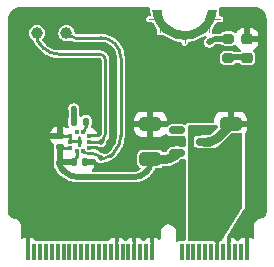
<source format=gbr>
%TF.GenerationSoftware,KiCad,Pcbnew,9.0.0*%
%TF.CreationDate,2025-05-22T16:19:39+04:00*%
%TF.ProjectId,02_04_sensor_barometer_BMP390L,30325f30-345f-4736-956e-736f725f6261,rev?*%
%TF.SameCoordinates,Original*%
%TF.FileFunction,Copper,L1,Top*%
%TF.FilePolarity,Positive*%
%FSLAX46Y46*%
G04 Gerber Fmt 4.6, Leading zero omitted, Abs format (unit mm)*
G04 Created by KiCad (PCBNEW 9.0.0) date 2025-05-22 16:19:39*
%MOMM*%
%LPD*%
G01*
G04 APERTURE LIST*
G04 Aperture macros list*
%AMRoundRect*
0 Rectangle with rounded corners*
0 $1 Rounding radius*
0 $2 $3 $4 $5 $6 $7 $8 $9 X,Y pos of 4 corners*
0 Add a 4 corners polygon primitive as box body*
4,1,4,$2,$3,$4,$5,$6,$7,$8,$9,$2,$3,0*
0 Add four circle primitives for the rounded corners*
1,1,$1+$1,$2,$3*
1,1,$1+$1,$4,$5*
1,1,$1+$1,$6,$7*
1,1,$1+$1,$8,$9*
0 Add four rect primitives between the rounded corners*
20,1,$1+$1,$2,$3,$4,$5,0*
20,1,$1+$1,$4,$5,$6,$7,0*
20,1,$1+$1,$6,$7,$8,$9,0*
20,1,$1+$1,$8,$9,$2,$3,0*%
G04 Aperture macros list end*
%TA.AperFunction,EtchedComponent*%
%ADD10C,0.101600*%
%TD*%
%TA.AperFunction,EtchedComponent*%
%ADD11C,0.000000*%
%TD*%
%TA.AperFunction,SMDPad,CuDef*%
%ADD12R,0.350000X1.450000*%
%TD*%
%TA.AperFunction,ComponentPad*%
%ADD13C,0.454000*%
%TD*%
%TA.AperFunction,SMDPad,CuDef*%
%ADD14C,1.000000*%
%TD*%
%TA.AperFunction,SMDPad,CuDef*%
%ADD15RoundRect,0.140000X0.170000X-0.140000X0.170000X0.140000X-0.170000X0.140000X-0.170000X-0.140000X0*%
%TD*%
%TA.AperFunction,SMDPad,CuDef*%
%ADD16RoundRect,0.200000X-0.275000X0.200000X-0.275000X-0.200000X0.275000X-0.200000X0.275000X0.200000X0*%
%TD*%
%TA.AperFunction,SMDPad,CuDef*%
%ADD17RoundRect,0.140000X-0.140000X-0.170000X0.140000X-0.170000X0.140000X0.170000X-0.140000X0.170000X0*%
%TD*%
%TA.AperFunction,SMDPad,CuDef*%
%ADD18RoundRect,0.135000X0.135000X0.185000X-0.135000X0.185000X-0.135000X-0.185000X0.135000X-0.185000X0*%
%TD*%
%TA.AperFunction,SMDPad,CuDef*%
%ADD19RoundRect,0.250000X0.650000X-0.325000X0.650000X0.325000X-0.650000X0.325000X-0.650000X-0.325000X0*%
%TD*%
%TA.AperFunction,SMDPad,CuDef*%
%ADD20R,0.300000X0.300000*%
%TD*%
%TA.AperFunction,SMDPad,CuDef*%
%ADD21RoundRect,0.150000X0.512500X0.150000X-0.512500X0.150000X-0.512500X-0.150000X0.512500X-0.150000X0*%
%TD*%
%TA.AperFunction,SMDPad,CuDef*%
%ADD22RoundRect,0.218750X-0.256250X0.218750X-0.256250X-0.218750X0.256250X-0.218750X0.256250X0.218750X0*%
%TD*%
%TA.AperFunction,ViaPad*%
%ADD23C,0.500000*%
%TD*%
%TA.AperFunction,ViaPad*%
%ADD24C,0.700000*%
%TD*%
%TA.AperFunction,Conductor*%
%ADD25C,0.500000*%
%TD*%
%TA.AperFunction,Conductor*%
%ADD26C,0.250000*%
%TD*%
%TA.AperFunction,Conductor*%
%ADD27C,0.750000*%
%TD*%
G04 APERTURE END LIST*
D10*
%TO.C,J1*%
X150400000Y-93425000D02*
X149500000Y-93425000D01*
X150400000Y-93425000D02*
X150400000Y-94525000D01*
X152500000Y-94725000D02*
X152500000Y-95425000D01*
X154600000Y-93425000D02*
X154600000Y-94525000D01*
X154600000Y-93425000D02*
X155500000Y-93425000D01*
D11*
%TA.AperFunction,EtchedComponent*%
G36*
X150588420Y-92963173D02*
G01*
X150671447Y-93241787D01*
X150797037Y-93503983D01*
X150962097Y-93743304D01*
X151162563Y-93953858D01*
X151393499Y-94130460D01*
X151649218Y-94268761D01*
X151923424Y-94365356D01*
X152500000Y-94425000D01*
X152790635Y-94417867D01*
X153076576Y-94365356D01*
X153350782Y-94268761D01*
X153606501Y-94130460D01*
X153837437Y-93953858D01*
X154037903Y-93743304D01*
X154202963Y-93503983D01*
X154328553Y-93241787D01*
X154450000Y-92675000D01*
X155250000Y-92675000D01*
X155186952Y-93038935D01*
X155076451Y-93391374D01*
X154920427Y-93726158D01*
X154721608Y-94037436D01*
X154483467Y-94319770D01*
X154210166Y-94568226D01*
X153906480Y-94778461D01*
X153577718Y-94946803D01*
X153229623Y-95070309D01*
X152868279Y-95146820D01*
X152500000Y-95175000D01*
X152130811Y-95149373D01*
X151768334Y-95074760D01*
X151419037Y-94952494D01*
X151089157Y-94784756D01*
X150784581Y-94574540D01*
X150510746Y-94325599D01*
X150272540Y-94042377D01*
X150074215Y-93729928D01*
X149919311Y-93393831D01*
X149750000Y-92675000D01*
X150550000Y-92675000D01*
X150588420Y-92963173D01*
G37*
%TD.AperFunction*%
%TD*%
D12*
%TO.P,J1,1,GND*%
%TO.N,GND*%
X157750000Y-113150000D03*
%TO.P,J1,3,USB_D+*%
%TO.N,/USB_D+*%
X157250000Y-113150000D03*
%TO.P,J1,5,USB_D-*%
%TO.N,/USB_D-*%
X156750000Y-113150000D03*
%TO.P,J1,7,GND*%
%TO.N,GND*%
X156250000Y-113150000D03*
%TO.P,J1,9,USB_VIN*%
%TO.N,/V_USB*%
X155750000Y-113150000D03*
%TO.P,J1,11,~{BOOT}*%
%TO.N,VIN*%
X155250000Y-113150000D03*
%TO.P,J1,13,RTS1*%
%TO.N,/UART_RTS1*%
X154750000Y-113150000D03*
%TO.P,J1,15,CTS1*%
%TO.N,/UART_CTS1*%
X154250000Y-113150000D03*
%TO.P,J1,17,TX1*%
%TO.N,BMP390_TX*%
X153750000Y-113150000D03*
%TO.P,J1,19,RX1*%
%TO.N,BMP390_RX*%
X153250000Y-113150000D03*
%TO.P,J1,21,SWDCK*%
%TO.N,/SWDCK*%
X152750000Y-113150000D03*
%TO.P,J1,23,SWDIO*%
%TO.N,/SWDIO*%
X152250000Y-113150000D03*
%TO.P,J1,33,GND*%
%TO.N,GND*%
X149750000Y-113150000D03*
%TO.P,J1,35,USBHOST_D+*%
%TO.N,/USBHOST_D+*%
X149250000Y-113150000D03*
%TO.P,J1,37,USBHOST_D-*%
%TO.N,/USBHOST_D-*%
X148750000Y-113150000D03*
%TO.P,J1,39,GND*%
%TO.N,GND*%
X148250000Y-113150000D03*
%TO.P,J1,41,CAN-RX*%
%TO.N,/CAN-RX*%
X147750000Y-113150000D03*
%TO.P,J1,43,CAN-TX*%
%TO.N,/CAN-TX*%
X147250000Y-113150000D03*
%TO.P,J1,45,GND*%
%TO.N,GND*%
X146750000Y-113150000D03*
%TO.P,J1,47,PWM1*%
%TO.N,/PWM1*%
X146250000Y-113150000D03*
%TO.P,J1,49,BATT_VIN/3*%
%TO.N,/BATT_VIN*%
X145750000Y-113150000D03*
%TO.P,J1,51,I2C_SDA1*%
%TO.N,/I2C_SDA1*%
X145250000Y-113150000D03*
%TO.P,J1,53,I2C_SCL1*%
%TO.N,/I2C_SCL1*%
X144750000Y-113150000D03*
%TO.P,J1,55,SPI_~{CS}*%
%TO.N,/~{SPI_CS}*%
X144250000Y-113150000D03*
%TO.P,J1,57,SPI_SCK*%
%TO.N,/SPI_SCK*%
X143750000Y-113150000D03*
%TO.P,J1,59,SPI_SDO*%
%TO.N,/SPI_COPI-LED_DAT*%
X143250000Y-113150000D03*
%TO.P,J1,61,SPI_SDI*%
%TO.N,/SPI_CIPO-LED_CLK*%
X142750000Y-113150000D03*
%TO.P,J1,63,G10/ADC_D+/CAM_VSYNC*%
%TO.N,/G10-CAM_VSYNC*%
X142250000Y-113150000D03*
%TO.P,J1,65,G9/ADC_D-/CAM_HSYNC*%
%TO.N,/G9-CAM_HSYNC*%
X141750000Y-113150000D03*
%TO.P,J1,67,G8*%
%TO.N,/G8*%
X141250000Y-113150000D03*
%TO.P,J1,69,G7/BUS7*%
%TO.N,/G7*%
X140750000Y-113150000D03*
%TO.P,J1,71,G6/BUS6*%
%TO.N,/G6*%
X140250000Y-113150000D03*
%TO.P,J1,73,G5/BUS5*%
%TO.N,/G5*%
X139750000Y-113150000D03*
%TO.P,J1,75,GND*%
%TO.N,GND*%
X139250000Y-113150000D03*
D13*
%TO.P,J1,GND1,GND*%
X150400000Y-93425000D03*
%TO.P,J1,GND2,GND*%
X152500000Y-94725000D03*
%TO.P,J1,GND3,GND*%
X154600000Y-93425000D03*
%TD*%
D14*
%TO.P,SCL,1,1*%
%TO.N,BMP390L_SCL*%
X142500000Y-94600000D03*
%TD*%
D15*
%TO.P,C1,1*%
%TO.N,+3V3*%
X141939929Y-104280127D03*
%TO.P,C1,2*%
%TO.N,GND*%
X141939929Y-103320127D03*
%TD*%
D16*
%TO.P,R1,1*%
%TO.N,+3V3*%
X156200000Y-95075000D03*
%TO.P,R1,2*%
%TO.N,Net-(D1-A)*%
X156200000Y-96725000D03*
%TD*%
D17*
%TO.P,C2,1*%
%TO.N,+3V3*%
X143120000Y-105500000D03*
%TO.P,C2,2*%
%TO.N,GND*%
X144080000Y-105500000D03*
%TD*%
D18*
%TO.P,R2,1*%
%TO.N,Net-(U1-CSB)*%
X144149929Y-102100127D03*
%TO.P,R2,2*%
%TO.N,+3V3*%
X143129929Y-102100127D03*
%TD*%
D19*
%TO.P,C3,1*%
%TO.N,VIN*%
X156400000Y-105275000D03*
%TO.P,C3,2*%
%TO.N,GND*%
X156400000Y-102325000D03*
%TD*%
D20*
%TO.P,U1,1,VDDIO*%
%TO.N,+3V3*%
X143370028Y-104580036D03*
%TO.P,U1,2,SCK*%
%TO.N,BMP390L_SCL*%
X143869901Y-104580036D03*
%TO.P,U1,3,VSS*%
%TO.N,GND*%
X144400000Y-104300127D03*
%TO.P,U1,4,SDI*%
%TO.N,BMP390L_SDA*%
X144400000Y-103800000D03*
%TO.P,U1,5,SDO*%
%TO.N,GND*%
X144400000Y-103300127D03*
%TO.P,U1,6,CSB*%
%TO.N,Net-(U1-CSB)*%
X143869901Y-103019965D03*
%TO.P,U1,7,INT*%
%TO.N,BMP390_INT*%
X143370028Y-103019965D03*
%TO.P,U1,8,VSS*%
%TO.N,GND*%
X142839929Y-103300127D03*
%TO.P,U1,9,VSS*%
X142839929Y-103800000D03*
%TO.P,U1,10,VDD*%
%TO.N,+3V3*%
X142839929Y-104300127D03*
%TD*%
D14*
%TO.P,SDA,1,1*%
%TO.N,BMP390L_SDA*%
X140000000Y-94600000D03*
%TD*%
D21*
%TO.P,U2,1,VIN*%
%TO.N,VIN*%
X154137500Y-104750000D03*
%TO.P,U2,2,GND*%
%TO.N,GND*%
X154137500Y-103800000D03*
%TO.P,U2,3,EN*%
%TO.N,VIN*%
X154137500Y-102850000D03*
%TO.P,U2,4,NC*%
%TO.N,unconnected-(U2-NC-Pad4)*%
X151862500Y-102850000D03*
%TO.P,U2,5,VOUT*%
%TO.N,+3V3*%
X151862500Y-104750000D03*
%TD*%
D19*
%TO.P,C4,1*%
%TO.N,+3V3*%
X149600000Y-105275000D03*
%TO.P,C4,2*%
%TO.N,GND*%
X149600000Y-102325000D03*
%TD*%
D22*
%TO.P,D1,1,K*%
%TO.N,GND*%
X157780000Y-95112500D03*
%TO.P,D1,2,A*%
%TO.N,Net-(D1-A)*%
X157780000Y-96687500D03*
%TD*%
D23*
%TO.N,+3V3*%
X154600000Y-95400000D03*
X143100000Y-101000000D03*
X141900000Y-105500000D03*
D24*
%TO.N,GND*%
X151300000Y-96000000D03*
X149300000Y-96000000D03*
X154100000Y-100500000D03*
X154100000Y-98500000D03*
X149300000Y-97000000D03*
X149300000Y-98000000D03*
X153100000Y-100500000D03*
X154100000Y-99500000D03*
X152100000Y-100500000D03*
X150300000Y-97000000D03*
X150300000Y-96000000D03*
X153100000Y-99500000D03*
D23*
%TO.N,BMP390L_SDA*%
X145400000Y-103800000D03*
%TO.N,BMP390L_SCL*%
X145400000Y-105200000D03*
%TD*%
D25*
%TO.N,+3V3*%
X141900000Y-105500000D02*
X142943203Y-105500000D01*
X141900000Y-105500000D02*
X141900000Y-105700000D01*
X154737500Y-95262500D02*
X154600000Y-95400000D01*
X141920056Y-105465762D02*
X141920056Y-104314052D01*
X143436396Y-106800000D02*
X148234314Y-106800000D01*
D26*
X141974071Y-104300127D02*
X142825786Y-104300127D01*
D25*
X149199999Y-106399999D02*
X149343673Y-106256326D01*
X155069454Y-95125000D02*
X156200000Y-95125000D01*
D26*
X141949865Y-104290063D02*
X141949929Y-104290127D01*
D27*
X149962500Y-105275000D02*
X150966268Y-105275000D01*
D25*
X143100000Y-101000000D02*
X143114964Y-101014964D01*
X143129929Y-101051091D02*
X143129929Y-102100127D01*
D26*
X143370028Y-105073175D02*
X143370028Y-104580036D01*
D27*
X151600000Y-105012500D02*
X151862500Y-104750000D01*
D25*
X142350000Y-106350000D02*
X142041421Y-106041421D01*
X141900000Y-105500000D02*
X141910028Y-105489972D01*
D26*
X142829929Y-104290127D02*
X142819929Y-104280127D01*
D27*
X151600000Y-105012500D02*
G75*
G02*
X150966268Y-105274987I-633700J633700D01*
G01*
D26*
X141974071Y-104300127D02*
G75*
G02*
X141949947Y-104290109I29J34127D01*
G01*
D25*
X149199999Y-106399999D02*
G75*
G02*
X148234314Y-106800005I-965699J965699D01*
G01*
X155069454Y-95125000D02*
G75*
G03*
X154737534Y-95262534I46J-469400D01*
G01*
D26*
X141949865Y-104290063D02*
G75*
G03*
X141929993Y-104290063I-9936J-9936D01*
G01*
D25*
X149343673Y-106256326D02*
G75*
G03*
X149599985Y-105637500I-618873J618826D01*
G01*
X142350000Y-106350000D02*
G75*
G03*
X143436396Y-106800002I1086400J1086400D01*
G01*
D27*
X149962500Y-105275000D02*
G75*
G03*
X149600000Y-105637500I0J-362500D01*
G01*
D25*
X143129929Y-101051091D02*
G75*
G03*
X143114968Y-101014960I-51129J-9D01*
G01*
D26*
X142829929Y-104290127D02*
G75*
G02*
X142825786Y-104300170I-4129J-4173D01*
G01*
D25*
X141900000Y-105700000D02*
G75*
G03*
X142041430Y-106041412I482800J0D01*
G01*
X141920056Y-104314052D02*
G75*
G02*
X141930012Y-104290083I33944J-48D01*
G01*
X141920056Y-105465762D02*
G75*
G02*
X141910051Y-105489995I-34256J-38D01*
G01*
D26*
X142943203Y-105500000D02*
G75*
G03*
X143245007Y-105374979I-3J426800D01*
G01*
X143245014Y-105374986D02*
G75*
G03*
X143370010Y-105073175I-301814J301786D01*
G01*
D27*
%TO.N,GND*%
X154531250Y-103800000D02*
X154137500Y-103800000D01*
D26*
X142805786Y-103320127D02*
X141939929Y-103320127D01*
X142839929Y-103314269D02*
X142839929Y-103800000D01*
D27*
X155203423Y-103521576D02*
X156400000Y-102325000D01*
D26*
X142829929Y-103310127D02*
G75*
G02*
X142840000Y-103314269I4171J-4173D01*
G01*
X142805786Y-103320127D02*
G75*
G03*
X142829932Y-103310130I14J34127D01*
G01*
D27*
X155203423Y-103521576D02*
G75*
G02*
X154531250Y-103800034I-672223J672176D01*
G01*
%TO.N,VIN*%
X156137500Y-105012500D02*
X156400000Y-105275000D01*
D26*
X153678125Y-104750000D02*
X153550000Y-104750000D01*
D27*
X155503768Y-104750000D02*
X154799998Y-104750000D01*
X154137499Y-104750000D02*
X153934375Y-104750000D01*
X154799998Y-104750000D02*
X154137499Y-104750000D01*
X153934375Y-104750000D02*
X153678125Y-104750000D01*
X155503768Y-104750000D02*
G75*
G02*
X156137509Y-105012491I32J-896200D01*
G01*
D25*
%TO.N,Net-(D1-A)*%
X157773750Y-96681250D02*
X157780000Y-96687500D01*
X157758661Y-96675000D02*
X156200000Y-96675000D01*
X157773750Y-96681250D02*
G75*
G03*
X157758661Y-96675016I-15050J-15050D01*
G01*
D26*
%TO.N,BMP390L_SDA*%
X140247487Y-95547487D02*
X140550000Y-95850000D01*
X145800000Y-103117157D02*
X145800000Y-96886195D01*
X145313804Y-96400000D02*
X141877817Y-96400000D01*
X145600000Y-103600000D02*
X145400000Y-103800000D01*
X145400000Y-103800000D02*
X144400000Y-103800000D01*
X140000000Y-94950000D02*
X140000000Y-94600000D01*
X145657596Y-96542403D02*
G75*
G02*
X145800002Y-96886195I-343796J-343797D01*
G01*
X145657596Y-96542403D02*
G75*
G03*
X145313804Y-96399998I-343796J-343797D01*
G01*
X140550000Y-95850000D02*
G75*
G03*
X141877817Y-96399993I1327800J1327800D01*
G01*
X145800000Y-103117157D02*
G75*
G02*
X145600033Y-103600033I-682900J-43D01*
G01*
X140000000Y-94950000D02*
G75*
G03*
X140247482Y-95547492I845000J0D01*
G01*
%TO.N,BMP390L_SCL*%
X145400000Y-105200000D02*
X145188063Y-104988063D01*
X142700000Y-94800000D02*
X142500000Y-94600000D01*
X143967946Y-104678081D02*
X143869901Y-104580036D01*
X143182842Y-95000000D02*
X145392893Y-95000000D01*
X145400000Y-105200000D02*
X145700000Y-105200000D01*
X147100000Y-96707106D02*
X147100000Y-103322182D01*
X146549999Y-104649999D02*
X146212132Y-104987867D01*
X144204649Y-104776127D02*
X144676403Y-104776127D01*
X144204649Y-104776127D02*
G75*
G02*
X143967976Y-104678051I51J334727D01*
G01*
X145700000Y-105200000D02*
G75*
G03*
X146212140Y-104987875I0J724300D01*
G01*
X143182842Y-95000000D02*
G75*
G02*
X142699987Y-94800013I-42J682800D01*
G01*
X146600000Y-95500000D02*
G75*
G02*
X147099997Y-96707106I-1207100J-1207100D01*
G01*
X146549999Y-104649999D02*
G75*
G03*
X147099991Y-103322182I-1327799J1327799D01*
G01*
X144676403Y-104776127D02*
G75*
G02*
X145188056Y-104988070I-3J-723573D01*
G01*
X146600000Y-95500000D02*
G75*
G03*
X145392893Y-95000003I-1207100J-1207100D01*
G01*
%TO.N,Net-(U1-CSB)*%
X144009915Y-102879951D02*
X143869901Y-103019965D01*
X144149929Y-102541927D02*
X144149929Y-102100127D01*
X144149929Y-102541927D02*
G75*
G02*
X144009900Y-102879936I-478029J27D01*
G01*
%TD*%
%TA.AperFunction,Conductor*%
%TO.N,VIN*%
G36*
X155242539Y-102419685D02*
G01*
X155288294Y-102472489D01*
X155299500Y-102524000D01*
X155299500Y-102560257D01*
X155279815Y-102627296D01*
X155263181Y-102647938D01*
X154850232Y-103060886D01*
X154850231Y-103060887D01*
X154845886Y-103065231D01*
X154845878Y-103065237D01*
X154820146Y-103090970D01*
X154817418Y-103093699D01*
X154802216Y-103108902D01*
X154790022Y-103119596D01*
X154731729Y-103164329D01*
X154703697Y-103180515D01*
X154643390Y-103205498D01*
X154612124Y-103213877D01*
X154539534Y-103223438D01*
X154523342Y-103224500D01*
X154061734Y-103224500D01*
X153915365Y-103263719D01*
X153915364Y-103263719D01*
X153915362Y-103263720D01*
X153915359Y-103263721D01*
X153882166Y-103282886D01*
X153820165Y-103299500D01*
X153591739Y-103299500D01*
X153523608Y-103309426D01*
X153418514Y-103360803D01*
X153335803Y-103443514D01*
X153284426Y-103548608D01*
X153274500Y-103616739D01*
X153274500Y-103983260D01*
X153284426Y-104051391D01*
X153335803Y-104156485D01*
X153418514Y-104239196D01*
X153418515Y-104239196D01*
X153418517Y-104239198D01*
X153523607Y-104290573D01*
X153557673Y-104295536D01*
X153591739Y-104300500D01*
X153591740Y-104300500D01*
X153820165Y-104300500D01*
X153882166Y-104317114D01*
X153915359Y-104336278D01*
X153915360Y-104336278D01*
X153915365Y-104336281D01*
X154061734Y-104375500D01*
X154453779Y-104375500D01*
X154461388Y-104375500D01*
X154461402Y-104375504D01*
X154479900Y-104375502D01*
X154480012Y-104375535D01*
X154531280Y-104375532D01*
X154531280Y-104375533D01*
X154631306Y-104375528D01*
X154829645Y-104349406D01*
X154843773Y-104345619D01*
X155022873Y-104297622D01*
X155022878Y-104297620D01*
X155207698Y-104221056D01*
X155380944Y-104121023D01*
X155539651Y-103999233D01*
X155600112Y-103938767D01*
X156402061Y-103136819D01*
X156463384Y-103103334D01*
X156489742Y-103100500D01*
X157104270Y-103100500D01*
X157128612Y-103098216D01*
X157134699Y-103097646D01*
X157235047Y-103062532D01*
X157304823Y-103058970D01*
X157365451Y-103093699D01*
X157397678Y-103155692D01*
X157400000Y-103179574D01*
X157400000Y-109318509D01*
X157381368Y-109383879D01*
X155655446Y-112165871D01*
X155603380Y-112212460D01*
X155561125Y-112222004D01*
X155561312Y-112223903D01*
X155555247Y-112224500D01*
X155496770Y-112236131D01*
X155496769Y-112236132D01*
X155430447Y-112280447D01*
X155386132Y-112346769D01*
X155386131Y-112346770D01*
X155374500Y-112405247D01*
X155374500Y-112583384D01*
X155369757Y-112600025D01*
X155370019Y-112616417D01*
X155355872Y-112648751D01*
X155354872Y-112650363D01*
X155302804Y-112696954D01*
X155233813Y-112708000D01*
X155169802Y-112679992D01*
X155131095Y-112621824D01*
X155125500Y-112584996D01*
X155125500Y-112405249D01*
X155125499Y-112405247D01*
X155113868Y-112346770D01*
X155113867Y-112346769D01*
X155069552Y-112280447D01*
X155003230Y-112236132D01*
X155003229Y-112236131D01*
X154944752Y-112224500D01*
X154944748Y-112224500D01*
X154555252Y-112224500D01*
X154555251Y-112224500D01*
X154524188Y-112230678D01*
X154475812Y-112230678D01*
X154444749Y-112224500D01*
X154444748Y-112224500D01*
X154055252Y-112224500D01*
X154055251Y-112224500D01*
X154024188Y-112230678D01*
X153975812Y-112230678D01*
X153944749Y-112224500D01*
X153944748Y-112224500D01*
X153555252Y-112224500D01*
X153555251Y-112224500D01*
X153524188Y-112230678D01*
X153475812Y-112230678D01*
X153444749Y-112224500D01*
X153444748Y-112224500D01*
X153055252Y-112224500D01*
X153055251Y-112224500D01*
X153024188Y-112230678D01*
X153022293Y-112230757D01*
X153021399Y-112231200D01*
X153013845Y-112231113D01*
X152986121Y-112232281D01*
X152980924Y-112231695D01*
X152944748Y-112224500D01*
X152917037Y-112224500D01*
X152910121Y-112223721D01*
X152884066Y-112212773D01*
X152856961Y-112204815D01*
X152852288Y-112199422D01*
X152845706Y-112196657D01*
X152829705Y-112173359D01*
X152811206Y-112152011D01*
X152809427Y-112143836D01*
X152806149Y-112139063D01*
X152805781Y-112127076D01*
X152800000Y-112100500D01*
X152800000Y-102524000D01*
X152819685Y-102456961D01*
X152872489Y-102411206D01*
X152924000Y-102400000D01*
X155175500Y-102400000D01*
X155242539Y-102419685D01*
G37*
%TD.AperFunction*%
%TD*%
%TA.AperFunction,Conductor*%
%TO.N,GND*%
G36*
X149522038Y-92435802D02*
G01*
X149567793Y-92488606D01*
X149577737Y-92557764D01*
X149567089Y-92593144D01*
X149549340Y-92630660D01*
X149549973Y-92722114D01*
X149620436Y-93021271D01*
X149616646Y-93091038D01*
X149575738Y-93147680D01*
X149510701Y-93173214D01*
X149499739Y-93173700D01*
X149450011Y-93173700D01*
X149357649Y-93211958D01*
X149286958Y-93282649D01*
X149248700Y-93375011D01*
X149248700Y-93474988D01*
X149263110Y-93509776D01*
X149286958Y-93567350D01*
X149357650Y-93638042D01*
X149450013Y-93676300D01*
X149634338Y-93676300D01*
X149696536Y-93693028D01*
X149847842Y-93780758D01*
X149858294Y-93791761D01*
X149871747Y-93798798D01*
X149894538Y-93828716D01*
X149900708Y-93840045D01*
X149900715Y-93840056D01*
X150099040Y-94152505D01*
X150112525Y-94170905D01*
X150115274Y-94174655D01*
X150115277Y-94174660D01*
X150119593Y-94179790D01*
X150147683Y-94243764D01*
X150148700Y-94259610D01*
X150148700Y-94574988D01*
X150169416Y-94625000D01*
X150186958Y-94667350D01*
X150257650Y-94738042D01*
X150350013Y-94776300D01*
X150350015Y-94776300D01*
X150449985Y-94776300D01*
X150449987Y-94776300D01*
X150542350Y-94738042D01*
X150542352Y-94738039D01*
X150553336Y-94733490D01*
X150622806Y-94726021D01*
X150671225Y-94745997D01*
X150972426Y-94953884D01*
X150983041Y-94960207D01*
X150995991Y-94967922D01*
X150996000Y-94967927D01*
X150996014Y-94967935D01*
X151151060Y-95046773D01*
X151314182Y-95129718D01*
X151325894Y-95135673D01*
X151325904Y-95135677D01*
X151325916Y-95135683D01*
X151351143Y-95146455D01*
X151573136Y-95224160D01*
X151700441Y-95268721D01*
X151726902Y-95276040D01*
X152089379Y-95350653D01*
X152099126Y-95351988D01*
X152105419Y-95352851D01*
X152136037Y-95361141D01*
X152172901Y-95376410D01*
X152227305Y-95420251D01*
X152247067Y-95466780D01*
X152248699Y-95474984D01*
X152248700Y-95474986D01*
X152248700Y-95474987D01*
X152286958Y-95567350D01*
X152357650Y-95638042D01*
X152450013Y-95676300D01*
X152450015Y-95676300D01*
X152549985Y-95676300D01*
X152549987Y-95676300D01*
X152642350Y-95638042D01*
X152713042Y-95567350D01*
X152751300Y-95474987D01*
X152751300Y-95474979D01*
X152752930Y-95466786D01*
X152756610Y-95459748D01*
X152756894Y-95451812D01*
X152772571Y-95429231D01*
X152785312Y-95404873D01*
X152793228Y-95399480D01*
X152796742Y-95394420D01*
X152827096Y-95376410D01*
X152873750Y-95357085D01*
X152903596Y-95348903D01*
X152910848Y-95347863D01*
X153184070Y-95290011D01*
X153272179Y-95271355D01*
X153272189Y-95271353D01*
X153298322Y-95263985D01*
X153298327Y-95263983D01*
X153298339Y-95263980D01*
X153646434Y-95140474D01*
X153671379Y-95129718D01*
X154000141Y-94961376D01*
X154023449Y-94947424D01*
X154166854Y-94848147D01*
X154233177Y-94826174D01*
X154300853Y-94843546D01*
X154348393Y-94894749D01*
X154360704Y-94963525D01*
X154333878Y-95028040D01*
X154325115Y-95037782D01*
X154239510Y-95123387D01*
X154239509Y-95123389D01*
X154180201Y-95226112D01*
X154180200Y-95226117D01*
X154155760Y-95317328D01*
X154149500Y-95340691D01*
X154149500Y-95459309D01*
X154165881Y-95520443D01*
X154180201Y-95573887D01*
X154239511Y-95676614D01*
X154323386Y-95760489D01*
X154426113Y-95819799D01*
X154450321Y-95826284D01*
X154450324Y-95826286D01*
X154450325Y-95826286D01*
X154480447Y-95834357D01*
X154540691Y-95850500D01*
X154540693Y-95850500D01*
X154659308Y-95850500D01*
X154659309Y-95850500D01*
X154749673Y-95826286D01*
X154773887Y-95819799D01*
X154876614Y-95760489D01*
X155025286Y-95611817D01*
X155086608Y-95578334D01*
X155112966Y-95575500D01*
X155608448Y-95575500D01*
X155675487Y-95595185D01*
X155681329Y-95599179D01*
X155686653Y-95603046D01*
X155686655Y-95603047D01*
X155686658Y-95603050D01*
X155775933Y-95648538D01*
X155799698Y-95660647D01*
X155893475Y-95675499D01*
X155893481Y-95675500D01*
X156506518Y-95675499D01*
X156600304Y-95660646D01*
X156713146Y-95603149D01*
X156781813Y-95590254D01*
X156846554Y-95616530D01*
X156874978Y-95648538D01*
X156956114Y-95780080D01*
X157074919Y-95898885D01*
X157204793Y-95978992D01*
X157220344Y-95996281D01*
X157238958Y-96010214D01*
X157243269Y-96021769D01*
X157251517Y-96030940D01*
X157255251Y-96053889D01*
X157263380Y-96075677D01*
X157260758Y-96087729D01*
X157262740Y-96099903D01*
X157253473Y-96121230D01*
X157248532Y-96143951D01*
X157236776Y-96159656D01*
X157234896Y-96163985D01*
X157227383Y-96172207D01*
X157221203Y-96178388D01*
X157211413Y-96188177D01*
X157150095Y-96221665D01*
X157123729Y-96224500D01*
X156791552Y-96224500D01*
X156724513Y-96204815D01*
X156718671Y-96200821D01*
X156713346Y-96196953D01*
X156713343Y-96196951D01*
X156713342Y-96196950D01*
X156637481Y-96158297D01*
X156600301Y-96139352D01*
X156506524Y-96124500D01*
X155893482Y-96124500D01*
X155812519Y-96137323D01*
X155799696Y-96139354D01*
X155686658Y-96196950D01*
X155686657Y-96196951D01*
X155686652Y-96196954D01*
X155596954Y-96286652D01*
X155596951Y-96286657D01*
X155539352Y-96399698D01*
X155524500Y-96493475D01*
X155524500Y-96956517D01*
X155535292Y-97024657D01*
X155539354Y-97050304D01*
X155596950Y-97163342D01*
X155596952Y-97163344D01*
X155596954Y-97163347D01*
X155686652Y-97253045D01*
X155686654Y-97253046D01*
X155686658Y-97253050D01*
X155798332Y-97309951D01*
X155799698Y-97310647D01*
X155893475Y-97325499D01*
X155893481Y-97325500D01*
X156506518Y-97325499D01*
X156600304Y-97310646D01*
X156713342Y-97253050D01*
X156716739Y-97249653D01*
X156804574Y-97161819D01*
X156831501Y-97147115D01*
X156857320Y-97130523D01*
X156863520Y-97129631D01*
X156865897Y-97128334D01*
X156892255Y-97125500D01*
X157098728Y-97125500D01*
X157165767Y-97145185D01*
X157186409Y-97161819D01*
X157274243Y-97249653D01*
X157274245Y-97249654D01*
X157274249Y-97249658D01*
X157392580Y-97309951D01*
X157392581Y-97309951D01*
X157392583Y-97309952D01*
X157392582Y-97309952D01*
X157490749Y-97325500D01*
X157490754Y-97325500D01*
X158069251Y-97325500D01*
X158167417Y-97309952D01*
X158167418Y-97309951D01*
X158167420Y-97309951D01*
X158285751Y-97249658D01*
X158379658Y-97155751D01*
X158439951Y-97037420D01*
X158439951Y-97037418D01*
X158439952Y-97037417D01*
X158455500Y-96939251D01*
X158455500Y-96435748D01*
X158439952Y-96337582D01*
X158439951Y-96337580D01*
X158379658Y-96219249D01*
X158379654Y-96219245D01*
X158379653Y-96219243D01*
X158332622Y-96172212D01*
X158299137Y-96110889D01*
X158304121Y-96041197D01*
X158345993Y-95985264D01*
X158355207Y-95978992D01*
X158485078Y-95898887D01*
X158603885Y-95780080D01*
X158692091Y-95637077D01*
X158692093Y-95637072D01*
X158744942Y-95477583D01*
X158754999Y-95379150D01*
X158755000Y-95379137D01*
X158755000Y-95362500D01*
X157904000Y-95362500D01*
X157836961Y-95342815D01*
X157791206Y-95290011D01*
X157780000Y-95238500D01*
X157780000Y-95112500D01*
X157654000Y-95112500D01*
X157586961Y-95092815D01*
X157541206Y-95040011D01*
X157530000Y-94988500D01*
X157530000Y-94862500D01*
X158030000Y-94862500D01*
X158754999Y-94862500D01*
X158754999Y-94845864D01*
X158754998Y-94845847D01*
X158744943Y-94747416D01*
X158692093Y-94587927D01*
X158692091Y-94587922D01*
X158603885Y-94444919D01*
X158485080Y-94326114D01*
X158342077Y-94237908D01*
X158342072Y-94237906D01*
X158182583Y-94185057D01*
X158084150Y-94175000D01*
X158030000Y-94175000D01*
X158030000Y-94862500D01*
X157530000Y-94862500D01*
X157530000Y-94175000D01*
X157529999Y-94174999D01*
X157475864Y-94175000D01*
X157475847Y-94175001D01*
X157377415Y-94185057D01*
X157217927Y-94237906D01*
X157217922Y-94237908D01*
X157074919Y-94326114D01*
X156956113Y-94444920D01*
X156956110Y-94444924D01*
X156906901Y-94524705D01*
X156854953Y-94571430D01*
X156785991Y-94582651D01*
X156721909Y-94554808D01*
X156713682Y-94547289D01*
X156713347Y-94546954D01*
X156713344Y-94546952D01*
X156713342Y-94546950D01*
X156636517Y-94507805D01*
X156600301Y-94489352D01*
X156506524Y-94474500D01*
X155893482Y-94474500D01*
X155812519Y-94487323D01*
X155799696Y-94489354D01*
X155686658Y-94546950D01*
X155686657Y-94546951D01*
X155686652Y-94546954D01*
X155595426Y-94638181D01*
X155534103Y-94671666D01*
X155507745Y-94674500D01*
X154975300Y-94674500D01*
X154908261Y-94654815D01*
X154862506Y-94602011D01*
X154851300Y-94550500D01*
X154851300Y-94247676D01*
X154870985Y-94180637D01*
X154877923Y-94170905D01*
X154878662Y-94169965D01*
X154878691Y-94169932D01*
X154894795Y-94148054D01*
X155093614Y-93836776D01*
X155098873Y-93827200D01*
X155147992Y-93778140D01*
X155306094Y-93691545D01*
X155334062Y-93685423D01*
X155361235Y-93676379D01*
X155365661Y-93676300D01*
X155549985Y-93676300D01*
X155549987Y-93676300D01*
X155642350Y-93638042D01*
X155713042Y-93567350D01*
X155751300Y-93474987D01*
X155751300Y-93375013D01*
X155713042Y-93282650D01*
X155642350Y-93211958D01*
X155621122Y-93203165D01*
X155549988Y-93173700D01*
X155549987Y-93173700D01*
X155519495Y-93173700D01*
X155452456Y-93154015D01*
X155406701Y-93101211D01*
X155396757Y-93032053D01*
X155397315Y-93028533D01*
X155415470Y-92923735D01*
X155452484Y-92710078D01*
X155450348Y-92629272D01*
X155433321Y-92593916D01*
X155421970Y-92524979D01*
X155449691Y-92460844D01*
X155507686Y-92421878D01*
X155545042Y-92416117D01*
X158493234Y-92416117D01*
X158506716Y-92416852D01*
X158537216Y-92420187D01*
X158653104Y-92432863D01*
X158673654Y-92436890D01*
X158811775Y-92476317D01*
X158831349Y-92483743D01*
X158955646Y-92543353D01*
X158960865Y-92545856D01*
X158978917Y-92556475D01*
X159031782Y-92593920D01*
X159096114Y-92639488D01*
X159096133Y-92639501D01*
X159112142Y-92653009D01*
X159213701Y-92754570D01*
X159227208Y-92770578D01*
X159310233Y-92887796D01*
X159320852Y-92905850D01*
X159382957Y-93035356D01*
X159390387Y-93054939D01*
X159429813Y-93193063D01*
X159433840Y-93213617D01*
X159449865Y-93360146D01*
X159450600Y-93373627D01*
X159450600Y-109755872D01*
X159449451Y-109772714D01*
X159435814Y-109872185D01*
X159429333Y-109898169D01*
X159396341Y-109987818D01*
X159384432Y-110011804D01*
X159379611Y-110019341D01*
X159332964Y-110092274D01*
X159316183Y-110113144D01*
X159248633Y-110180692D01*
X159227763Y-110197471D01*
X159147286Y-110248941D01*
X159123298Y-110260850D01*
X159033656Y-110293836D01*
X159007671Y-110300317D01*
X158906155Y-110314230D01*
X158892791Y-110315329D01*
X158872130Y-110315907D01*
X158864324Y-110317542D01*
X158838078Y-110319407D01*
X158838072Y-110319408D01*
X158723484Y-110352555D01*
X158618415Y-110409056D01*
X158618407Y-110409062D01*
X158527573Y-110486380D01*
X158455019Y-110581074D01*
X158455018Y-110581076D01*
X158403992Y-110688904D01*
X158388678Y-110754259D01*
X158376775Y-110805053D01*
X158376007Y-110844291D01*
X158375600Y-110844699D01*
X158375600Y-110865177D01*
X158375590Y-110865687D01*
X158375579Y-110866282D01*
X158375579Y-110866318D01*
X158375020Y-110896650D01*
X158375600Y-110900539D01*
X158375600Y-111890015D01*
X158355915Y-111957054D01*
X158303111Y-112002809D01*
X158233953Y-112012753D01*
X158177292Y-111989284D01*
X158167091Y-111981648D01*
X158167086Y-111981645D01*
X158032379Y-111931403D01*
X158032372Y-111931401D01*
X157972844Y-111925000D01*
X157925000Y-111925000D01*
X157925000Y-113026000D01*
X157922449Y-113034685D01*
X157923738Y-113043647D01*
X157912759Y-113067687D01*
X157905315Y-113093039D01*
X157898474Y-113098966D01*
X157894713Y-113107203D01*
X157872478Y-113121492D01*
X157852511Y-113138794D01*
X157841996Y-113141081D01*
X157835935Y-113144977D01*
X157801000Y-113150000D01*
X157749500Y-113150000D01*
X157682461Y-113130315D01*
X157636706Y-113077511D01*
X157625500Y-113026000D01*
X157625500Y-112405249D01*
X157625499Y-112405247D01*
X157613868Y-112346773D01*
X157613867Y-112346772D01*
X157613867Y-112346769D01*
X157595897Y-112319876D01*
X157575020Y-112253199D01*
X157575000Y-112250986D01*
X157575000Y-111925000D01*
X157527155Y-111925000D01*
X157467627Y-111931401D01*
X157467620Y-111931403D01*
X157332913Y-111981645D01*
X157332906Y-111981649D01*
X157217812Y-112067809D01*
X157136856Y-112175951D01*
X157114780Y-112192475D01*
X157094907Y-112211597D01*
X157085483Y-112214406D01*
X157080922Y-112217821D01*
X157061606Y-112223291D01*
X157055482Y-112224500D01*
X157055252Y-112224500D01*
X157024724Y-112230572D01*
X157024016Y-112230712D01*
X157023642Y-112230678D01*
X156975812Y-112230678D01*
X156938776Y-112223312D01*
X156939308Y-112220636D01*
X156885409Y-112198835D01*
X156863143Y-112175950D01*
X156782190Y-112067812D01*
X156782187Y-112067809D01*
X156667093Y-111981649D01*
X156667086Y-111981645D01*
X156532379Y-111931403D01*
X156532372Y-111931401D01*
X156472844Y-111925000D01*
X156425000Y-111925000D01*
X156425000Y-112250986D01*
X156422449Y-112259671D01*
X156423738Y-112268633D01*
X156406965Y-112312404D01*
X156405315Y-112318025D01*
X156404561Y-112318677D01*
X156404102Y-112319877D01*
X156386133Y-112346769D01*
X156386131Y-112346773D01*
X156374500Y-112405247D01*
X156374500Y-113026000D01*
X156371949Y-113034685D01*
X156373238Y-113043647D01*
X156362259Y-113067687D01*
X156354815Y-113093039D01*
X156347974Y-113098966D01*
X156344213Y-113107203D01*
X156321978Y-113121492D01*
X156302011Y-113138794D01*
X156291496Y-113141081D01*
X156285435Y-113144977D01*
X156250500Y-113150000D01*
X156249500Y-113150000D01*
X156182461Y-113130315D01*
X156136706Y-113077511D01*
X156125500Y-113026000D01*
X156125500Y-112405249D01*
X156125499Y-112405247D01*
X156113868Y-112346773D01*
X156113867Y-112346772D01*
X156113867Y-112346769D01*
X156095897Y-112319876D01*
X156092860Y-112310176D01*
X156086206Y-112302497D01*
X156082597Y-112277397D01*
X156075020Y-112253199D01*
X156075000Y-112250986D01*
X156075000Y-111914745D01*
X156093631Y-111849375D01*
X156465843Y-111249411D01*
X157555992Y-109492214D01*
X157578997Y-109440208D01*
X157597629Y-109374838D01*
X157605500Y-109318509D01*
X157605500Y-103206522D01*
X157625185Y-103139483D01*
X157641827Y-103118833D01*
X157642317Y-103118342D01*
X157734356Y-102969124D01*
X157734358Y-102969119D01*
X157789505Y-102802697D01*
X157789506Y-102802690D01*
X157799999Y-102699986D01*
X157800000Y-102699973D01*
X157800000Y-102575000D01*
X156524000Y-102575000D01*
X156456961Y-102555315D01*
X156411206Y-102502511D01*
X156400000Y-102451000D01*
X156400000Y-102325000D01*
X156274000Y-102325000D01*
X156206961Y-102305315D01*
X156161206Y-102252511D01*
X156150000Y-102201000D01*
X156150000Y-102075000D01*
X156650000Y-102075000D01*
X157799999Y-102075000D01*
X157799999Y-101950028D01*
X157799998Y-101950013D01*
X157789505Y-101847302D01*
X157734358Y-101680880D01*
X157734356Y-101680875D01*
X157642315Y-101531654D01*
X157518345Y-101407684D01*
X157369124Y-101315643D01*
X157369119Y-101315641D01*
X157202697Y-101260494D01*
X157202690Y-101260493D01*
X157099986Y-101250000D01*
X156650000Y-101250000D01*
X156650000Y-102075000D01*
X156150000Y-102075000D01*
X156150000Y-101250000D01*
X155700028Y-101250000D01*
X155700012Y-101250001D01*
X155597302Y-101260494D01*
X155430880Y-101315641D01*
X155430875Y-101315643D01*
X155281654Y-101407684D01*
X155157684Y-101531654D01*
X155065643Y-101680875D01*
X155065641Y-101680880D01*
X155010494Y-101847302D01*
X155010493Y-101847309D01*
X155000000Y-101950013D01*
X155000000Y-102070500D01*
X154980315Y-102137539D01*
X154927511Y-102183294D01*
X154876000Y-102194500D01*
X152923992Y-102194500D01*
X152880313Y-102199197D01*
X152828825Y-102210397D01*
X152818627Y-102212890D01*
X152818624Y-102212891D01*
X152737916Y-102255899D01*
X152737913Y-102255901D01*
X152685104Y-102301660D01*
X152667160Y-102319242D01*
X152667154Y-102319250D01*
X152665817Y-102321641D01*
X152663861Y-102323556D01*
X152661770Y-102326292D01*
X152661376Y-102325991D01*
X152615908Y-102370537D01*
X152547486Y-102384688D01*
X152503142Y-102372503D01*
X152476391Y-102359426D01*
X152476392Y-102359426D01*
X152408261Y-102349500D01*
X152408260Y-102349500D01*
X151316740Y-102349500D01*
X151316739Y-102349500D01*
X151248608Y-102359426D01*
X151143514Y-102410803D01*
X151060802Y-102493515D01*
X151054964Y-102505459D01*
X151007837Y-102557042D01*
X150943563Y-102575000D01*
X149850000Y-102575000D01*
X149850000Y-103399999D01*
X150299972Y-103399999D01*
X150299986Y-103399998D01*
X150402697Y-103389505D01*
X150569119Y-103334358D01*
X150569124Y-103334356D01*
X150718342Y-103242317D01*
X150837315Y-103123344D01*
X150898638Y-103089859D01*
X150968330Y-103094843D01*
X151024264Y-103136714D01*
X151036397Y-103156563D01*
X151060803Y-103206485D01*
X151143514Y-103289196D01*
X151143515Y-103289196D01*
X151143517Y-103289198D01*
X151248607Y-103340573D01*
X151272375Y-103344036D01*
X151316739Y-103350500D01*
X151316740Y-103350500D01*
X152408259Y-103350500D01*
X152408260Y-103350500D01*
X152452623Y-103344036D01*
X152521798Y-103353848D01*
X152574688Y-103399503D01*
X152594500Y-103466505D01*
X152594500Y-104133259D01*
X152574815Y-104200298D01*
X152522011Y-104246053D01*
X152452853Y-104255997D01*
X152452756Y-104255983D01*
X152408260Y-104249500D01*
X152408255Y-104249500D01*
X152179835Y-104249500D01*
X152117834Y-104232886D01*
X152084640Y-104213721D01*
X152084637Y-104213720D01*
X152084636Y-104213719D01*
X152084635Y-104213719D01*
X151938266Y-104174500D01*
X151786733Y-104174500D01*
X151640365Y-104213719D01*
X151640364Y-104213719D01*
X151640362Y-104213720D01*
X151640359Y-104213721D01*
X151607166Y-104232886D01*
X151545165Y-104249500D01*
X151316739Y-104249500D01*
X151248608Y-104259426D01*
X151143514Y-104310803D01*
X151060803Y-104393514D01*
X151009426Y-104498608D01*
X150999500Y-104566739D01*
X150999500Y-104575500D01*
X150996949Y-104584185D01*
X150998238Y-104593147D01*
X150987259Y-104617187D01*
X150979815Y-104642539D01*
X150972974Y-104648466D01*
X150969213Y-104656703D01*
X150946978Y-104670992D01*
X150927011Y-104688294D01*
X150916496Y-104690581D01*
X150910435Y-104694477D01*
X150875500Y-104699500D01*
X150687628Y-104699500D01*
X150620589Y-104679815D01*
X150587858Y-104649134D01*
X150572150Y-104627850D01*
X150462882Y-104547207D01*
X150462880Y-104547206D01*
X150334700Y-104502353D01*
X150304270Y-104499500D01*
X150304266Y-104499500D01*
X148895734Y-104499500D01*
X148895730Y-104499500D01*
X148865300Y-104502353D01*
X148865298Y-104502353D01*
X148737119Y-104547206D01*
X148737117Y-104547207D01*
X148627850Y-104627850D01*
X148547207Y-104737117D01*
X148547206Y-104737119D01*
X148502353Y-104865298D01*
X148502353Y-104865300D01*
X148499500Y-104895730D01*
X148499500Y-105654269D01*
X148502353Y-105684699D01*
X148502353Y-105684701D01*
X148534086Y-105775385D01*
X148547207Y-105812882D01*
X148627850Y-105922150D01*
X148732209Y-105999170D01*
X148751780Y-106024948D01*
X148772446Y-106049855D01*
X148772781Y-106052608D01*
X148774459Y-106054817D01*
X148776987Y-106087083D01*
X148780907Y-106119210D01*
X148779701Y-106121707D01*
X148779918Y-106124474D01*
X148764596Y-106152990D01*
X148750528Y-106182130D01*
X148747665Y-106184505D01*
X148746850Y-106186023D01*
X148723366Y-106204667D01*
X148690598Y-106224747D01*
X148658116Y-106244652D01*
X148640782Y-106253485D01*
X148526136Y-106300973D01*
X148507631Y-106306986D01*
X148386966Y-106335956D01*
X148367749Y-106339000D01*
X148250345Y-106348241D01*
X148239212Y-106349118D01*
X148229483Y-106349500D01*
X144744960Y-106349500D01*
X144677921Y-106329815D01*
X144632166Y-106277011D01*
X144622222Y-106207853D01*
X144651247Y-106144297D01*
X144657279Y-106137819D01*
X144729714Y-106065383D01*
X144729721Y-106065374D01*
X144812031Y-105926195D01*
X144812033Y-105926190D01*
X144857144Y-105770918D01*
X144857145Y-105770912D01*
X144858790Y-105750000D01*
X144204000Y-105750000D01*
X144136961Y-105730315D01*
X144091206Y-105677511D01*
X144080000Y-105626000D01*
X144080000Y-105374000D01*
X144099685Y-105306961D01*
X144152489Y-105261206D01*
X144204000Y-105250000D01*
X144851858Y-105250000D01*
X144918897Y-105269685D01*
X144964652Y-105322489D01*
X144971630Y-105341902D01*
X144980201Y-105373886D01*
X145039511Y-105476613D01*
X145123387Y-105560489D01*
X145226114Y-105619799D01*
X145340691Y-105650500D01*
X145340694Y-105650500D01*
X145459306Y-105650500D01*
X145459309Y-105650500D01*
X145573886Y-105619799D01*
X145676613Y-105560489D01*
X145676620Y-105560481D01*
X145683059Y-105555542D01*
X145684154Y-105556969D01*
X145736618Y-105528322D01*
X145762976Y-105525488D01*
X145782621Y-105525488D01*
X145861137Y-105513052D01*
X145945815Y-105499641D01*
X146102962Y-105448583D01*
X146250187Y-105373572D01*
X146383866Y-105276454D01*
X146411985Y-105248336D01*
X146411994Y-105248332D01*
X146453962Y-105206364D01*
X146478743Y-105181585D01*
X146478744Y-105181582D01*
X146487640Y-105172687D01*
X146487649Y-105172675D01*
X146743837Y-104916486D01*
X146743861Y-104916473D01*
X146780167Y-104880167D01*
X146780168Y-104880168D01*
X146867663Y-104792674D01*
X147021960Y-104599192D01*
X147153622Y-104389651D01*
X147260996Y-104166685D01*
X147342729Y-103933100D01*
X147397795Y-103691832D01*
X147425501Y-103445915D01*
X147425500Y-103322179D01*
X147425500Y-103314517D01*
X147425500Y-102699986D01*
X148200001Y-102699986D01*
X148210494Y-102802697D01*
X148265641Y-102969119D01*
X148265643Y-102969124D01*
X148357684Y-103118345D01*
X148481654Y-103242315D01*
X148630875Y-103334356D01*
X148630880Y-103334358D01*
X148797302Y-103389505D01*
X148797309Y-103389506D01*
X148900019Y-103399999D01*
X149349999Y-103399999D01*
X149350000Y-103399998D01*
X149350000Y-102575000D01*
X148200001Y-102575000D01*
X148200001Y-102699986D01*
X147425500Y-102699986D01*
X147425500Y-101950013D01*
X148200000Y-101950013D01*
X148200000Y-102075000D01*
X149350000Y-102075000D01*
X149850000Y-102075000D01*
X150999999Y-102075000D01*
X150999999Y-101950028D01*
X150999998Y-101950013D01*
X150989505Y-101847302D01*
X150934358Y-101680880D01*
X150934356Y-101680875D01*
X150842315Y-101531654D01*
X150718345Y-101407684D01*
X150569124Y-101315643D01*
X150569119Y-101315641D01*
X150402697Y-101260494D01*
X150402690Y-101260493D01*
X150299986Y-101250000D01*
X149850000Y-101250000D01*
X149850000Y-102075000D01*
X149350000Y-102075000D01*
X149350000Y-101250000D01*
X148900028Y-101250000D01*
X148900012Y-101250001D01*
X148797302Y-101260494D01*
X148630880Y-101315641D01*
X148630875Y-101315643D01*
X148481654Y-101407684D01*
X148357684Y-101531654D01*
X148265643Y-101680875D01*
X148265641Y-101680880D01*
X148210494Y-101847302D01*
X148210493Y-101847309D01*
X148200000Y-101950013D01*
X147425500Y-101950013D01*
X147425500Y-96664253D01*
X147425500Y-96655220D01*
X147425497Y-96655180D01*
X147425497Y-96642728D01*
X147425498Y-96592958D01*
X147399937Y-96366096D01*
X147349137Y-96143523D01*
X147273735Y-95928036D01*
X147273734Y-95928034D01*
X147273732Y-95928028D01*
X147174684Y-95722352D01*
X147145945Y-95676614D01*
X147053220Y-95529042D01*
X146910879Y-95350552D01*
X146910878Y-95350551D01*
X146910875Y-95350547D01*
X146866484Y-95306156D01*
X146866483Y-95306154D01*
X146787998Y-95227668D01*
X146749450Y-95189119D01*
X146570959Y-95046778D01*
X146541138Y-95028040D01*
X146377648Y-94925312D01*
X146171971Y-94826264D01*
X145956474Y-94750859D01*
X145733896Y-94700058D01*
X145507045Y-94674499D01*
X145507041Y-94674499D01*
X145392892Y-94674500D01*
X143324500Y-94674500D01*
X143257461Y-94654815D01*
X143211706Y-94602011D01*
X143200500Y-94550500D01*
X143200500Y-94531004D01*
X143173581Y-94395677D01*
X143173580Y-94395676D01*
X143173580Y-94395672D01*
X143173578Y-94395667D01*
X143120778Y-94268195D01*
X143120771Y-94268182D01*
X143044114Y-94153458D01*
X143044111Y-94153454D01*
X142946545Y-94055888D01*
X142946541Y-94055885D01*
X142831817Y-93979228D01*
X142831804Y-93979221D01*
X142704332Y-93926421D01*
X142704322Y-93926418D01*
X142568995Y-93899500D01*
X142568993Y-93899500D01*
X142431007Y-93899500D01*
X142431005Y-93899500D01*
X142295677Y-93926418D01*
X142295667Y-93926421D01*
X142168195Y-93979221D01*
X142168182Y-93979228D01*
X142053458Y-94055885D01*
X142053454Y-94055888D01*
X141955888Y-94153454D01*
X141955885Y-94153458D01*
X141879228Y-94268182D01*
X141879221Y-94268195D01*
X141826421Y-94395667D01*
X141826418Y-94395677D01*
X141799500Y-94531004D01*
X141799500Y-94531007D01*
X141799500Y-94668993D01*
X141799500Y-94668995D01*
X141799499Y-94668995D01*
X141826418Y-94804322D01*
X141826421Y-94804332D01*
X141879221Y-94931804D01*
X141879228Y-94931817D01*
X141955885Y-95046541D01*
X141955888Y-95046545D01*
X142053454Y-95144111D01*
X142053458Y-95144114D01*
X142168182Y-95220771D01*
X142168195Y-95220778D01*
X142290300Y-95271355D01*
X142295672Y-95273580D01*
X142295676Y-95273580D01*
X142295677Y-95273581D01*
X142431004Y-95300500D01*
X142431007Y-95300500D01*
X142568995Y-95300500D01*
X142660041Y-95282389D01*
X142704328Y-95273580D01*
X142731948Y-95262138D01*
X142801417Y-95254670D01*
X142817715Y-95258768D01*
X142946722Y-95300680D01*
X142946725Y-95300680D01*
X142946732Y-95300683D01*
X143103501Y-95325505D01*
X143182858Y-95325500D01*
X143182863Y-95325500D01*
X145341340Y-95325500D01*
X145388828Y-95325500D01*
X145396937Y-95325765D01*
X145565137Y-95336788D01*
X145581196Y-95338903D01*
X145742517Y-95370991D01*
X145758171Y-95375186D01*
X145913921Y-95428056D01*
X145928893Y-95434257D01*
X145994856Y-95466786D01*
X146076412Y-95507005D01*
X146090458Y-95515115D01*
X146227202Y-95606484D01*
X146240071Y-95616358D01*
X146363711Y-95724787D01*
X146375180Y-95736256D01*
X146483636Y-95859927D01*
X146493510Y-95872796D01*
X146584883Y-96009546D01*
X146592993Y-96023592D01*
X146665736Y-96171100D01*
X146671943Y-96186086D01*
X146724808Y-96341823D01*
X146729006Y-96357490D01*
X146761091Y-96518791D01*
X146763209Y-96534872D01*
X146773777Y-96696125D01*
X146774235Y-96703102D01*
X146774500Y-96711212D01*
X146774500Y-103318119D01*
X146774235Y-103326228D01*
X146761752Y-103516694D01*
X146759635Y-103532775D01*
X146723194Y-103715982D01*
X146718996Y-103731649D01*
X146658953Y-103908536D01*
X146652745Y-103923522D01*
X146570126Y-104091058D01*
X146562016Y-104105105D01*
X146458239Y-104260419D01*
X146448365Y-104273288D01*
X146322613Y-104416680D01*
X146317067Y-104422602D01*
X145987731Y-104751941D01*
X145975532Y-104762638D01*
X145912336Y-104811127D01*
X145884304Y-104827311D01*
X145818289Y-104854654D01*
X145787027Y-104863031D01*
X145781565Y-104863750D01*
X145769870Y-104865289D01*
X145749250Y-104862074D01*
X145748819Y-104862121D01*
X145748489Y-104861956D01*
X145700836Y-104854526D01*
X145678192Y-104840723D01*
X145676614Y-104839512D01*
X145676613Y-104839511D01*
X145573886Y-104780201D01*
X145459309Y-104749500D01*
X145459305Y-104749499D01*
X145451249Y-104748439D01*
X145451484Y-104746653D01*
X145394138Y-104729815D01*
X145373491Y-104713176D01*
X145359845Y-104699529D01*
X145359801Y-104699497D01*
X145226251Y-104602463D01*
X145226246Y-104602460D01*
X145226244Y-104602459D01*
X145117703Y-104547152D01*
X145068906Y-104502480D01*
X145036122Y-104450127D01*
X144524000Y-104450127D01*
X144515314Y-104447576D01*
X144506353Y-104448865D01*
X144482312Y-104437886D01*
X144456961Y-104430442D01*
X144451033Y-104423601D01*
X144442797Y-104419840D01*
X144428507Y-104397605D01*
X144411206Y-104377638D01*
X144408918Y-104367123D01*
X144405023Y-104361062D01*
X144400000Y-104326127D01*
X144400000Y-104274500D01*
X144419685Y-104207461D01*
X144472489Y-104161706D01*
X144524000Y-104150500D01*
X144572036Y-104150500D01*
X144579628Y-104150127D01*
X145072214Y-104150127D01*
X145082202Y-104152803D01*
X145091299Y-104151604D01*
X145109214Y-104160041D01*
X145134213Y-104166739D01*
X145226114Y-104219799D01*
X145340691Y-104250500D01*
X145340694Y-104250500D01*
X145459306Y-104250500D01*
X145459309Y-104250500D01*
X145573886Y-104219799D01*
X145676613Y-104160489D01*
X145760489Y-104076613D01*
X145819799Y-103973886D01*
X145850500Y-103859309D01*
X145850500Y-103859305D01*
X145851561Y-103851249D01*
X145853349Y-103851484D01*
X145870185Y-103794150D01*
X145886819Y-103773508D01*
X145968512Y-103691815D01*
X146060465Y-103599862D01*
X146086893Y-103554087D01*
X146103318Y-103525638D01*
X146125500Y-103442853D01*
X146125500Y-96937555D01*
X146125501Y-96937548D01*
X146125500Y-96878129D01*
X146125500Y-96822310D01*
X146105513Y-96696120D01*
X146066031Y-96574611D01*
X146008027Y-96460773D01*
X145932930Y-96357411D01*
X145913099Y-96337580D01*
X145887759Y-96312239D01*
X145851304Y-96275786D01*
X145851301Y-96275784D01*
X145842587Y-96267070D01*
X145739225Y-96191972D01*
X145625387Y-96133969D01*
X145503878Y-96094488D01*
X145503876Y-96094487D01*
X145503874Y-96094487D01*
X145413440Y-96080163D01*
X145377688Y-96074500D01*
X145377687Y-96074500D01*
X141881879Y-96074500D01*
X141873771Y-96074235D01*
X141834416Y-96071655D01*
X141683304Y-96061752D01*
X141667224Y-96059635D01*
X141484016Y-96023194D01*
X141468349Y-96018996D01*
X141291463Y-95958953D01*
X141276477Y-95952745D01*
X141108937Y-95870124D01*
X141094890Y-95862014D01*
X140939582Y-95758241D01*
X140926713Y-95748367D01*
X140783295Y-95622593D01*
X140777373Y-95617046D01*
X140481971Y-95321644D01*
X140473799Y-95312628D01*
X140470081Y-95308098D01*
X140456851Y-95291977D01*
X140429539Y-95227668D01*
X140441330Y-95158800D01*
X140465021Y-95125634D01*
X140544114Y-95046542D01*
X140620775Y-94931811D01*
X140673580Y-94804328D01*
X140693316Y-94705109D01*
X140700500Y-94668995D01*
X140700500Y-94531004D01*
X140673581Y-94395677D01*
X140673580Y-94395676D01*
X140673580Y-94395672D01*
X140673578Y-94395667D01*
X140620778Y-94268195D01*
X140620771Y-94268182D01*
X140544114Y-94153458D01*
X140544111Y-94153454D01*
X140446545Y-94055888D01*
X140446541Y-94055885D01*
X140331817Y-93979228D01*
X140331804Y-93979221D01*
X140204332Y-93926421D01*
X140204322Y-93926418D01*
X140068995Y-93899500D01*
X140068993Y-93899500D01*
X139931007Y-93899500D01*
X139931005Y-93899500D01*
X139795677Y-93926418D01*
X139795667Y-93926421D01*
X139668195Y-93979221D01*
X139668182Y-93979228D01*
X139553458Y-94055885D01*
X139553454Y-94055888D01*
X139455888Y-94153454D01*
X139455885Y-94153458D01*
X139379228Y-94268182D01*
X139379221Y-94268195D01*
X139326421Y-94395667D01*
X139326418Y-94395677D01*
X139299500Y-94531004D01*
X139299500Y-94531007D01*
X139299500Y-94668993D01*
X139299500Y-94668995D01*
X139299499Y-94668995D01*
X139326418Y-94804322D01*
X139326421Y-94804332D01*
X139379221Y-94931804D01*
X139379228Y-94931817D01*
X139455885Y-95046541D01*
X139455888Y-95046545D01*
X139553454Y-95144111D01*
X139553458Y-95144114D01*
X139673254Y-95224160D01*
X139672102Y-95225883D01*
X139715210Y-95268229D01*
X139724844Y-95290308D01*
X139760254Y-95399293D01*
X139760257Y-95399300D01*
X139760258Y-95399301D01*
X139826362Y-95529043D01*
X139843897Y-95563457D01*
X139952181Y-95712504D01*
X139952186Y-95712510D01*
X139982681Y-95743007D01*
X139987020Y-95747346D01*
X139987022Y-95747349D01*
X140019753Y-95780080D01*
X140035543Y-95795870D01*
X140035544Y-95795871D01*
X140060838Y-95821166D01*
X140060845Y-95821172D01*
X140286322Y-96046649D01*
X140286331Y-96046666D01*
X140319832Y-96080167D01*
X140319832Y-96080168D01*
X140407326Y-96167663D01*
X140600808Y-96321959D01*
X140781903Y-96435748D01*
X140810354Y-96453625D01*
X141033307Y-96560992D01*
X141033311Y-96560994D01*
X141033314Y-96560995D01*
X141266899Y-96642729D01*
X141508167Y-96697795D01*
X141508177Y-96697796D01*
X141508183Y-96697797D01*
X141584728Y-96706420D01*
X141754084Y-96725501D01*
X141877820Y-96725500D01*
X145305674Y-96725500D01*
X145321848Y-96726559D01*
X145339209Y-96728845D01*
X145370472Y-96737222D01*
X145379069Y-96740783D01*
X145407107Y-96756972D01*
X145414489Y-96762637D01*
X145437369Y-96785516D01*
X145443031Y-96792896D01*
X145459217Y-96820929D01*
X145462778Y-96829526D01*
X145471156Y-96860791D01*
X145473439Y-96878129D01*
X145474500Y-96894317D01*
X145474500Y-103213811D01*
X145465855Y-103243251D01*
X145459332Y-103273238D01*
X145455577Y-103278253D01*
X145454815Y-103280850D01*
X145438181Y-103301492D01*
X145426492Y-103313181D01*
X145365169Y-103346666D01*
X145348749Y-103348431D01*
X145348751Y-103348439D01*
X145340694Y-103349499D01*
X145324464Y-103353848D01*
X145226114Y-103380201D01*
X145133773Y-103433514D01*
X145071774Y-103450127D01*
X144582207Y-103450127D01*
X144580871Y-103450120D01*
X144572406Y-103450028D01*
X144569748Y-103449500D01*
X144523314Y-103449500D01*
X144522664Y-103449493D01*
X144489841Y-103439469D01*
X144456961Y-103429815D01*
X144456506Y-103429290D01*
X144455841Y-103429087D01*
X144433620Y-103402878D01*
X144411206Y-103377011D01*
X144411039Y-103376244D01*
X144410657Y-103375794D01*
X144410211Y-103372439D01*
X144400000Y-103325500D01*
X144400000Y-103274127D01*
X144419685Y-103207088D01*
X144472489Y-103161333D01*
X144524000Y-103150127D01*
X145050000Y-103150127D01*
X145050000Y-103102299D01*
X145049999Y-103102282D01*
X145043598Y-103042754D01*
X145043596Y-103042747D01*
X144993354Y-102908040D01*
X144993350Y-102908033D01*
X144907190Y-102792939D01*
X144907187Y-102792936D01*
X144792093Y-102706776D01*
X144792086Y-102706772D01*
X144657379Y-102656530D01*
X144649832Y-102654747D01*
X144650472Y-102652037D01*
X144598142Y-102630350D01*
X144558304Y-102572950D01*
X144555823Y-102503125D01*
X144563584Y-102481407D01*
X144563991Y-102480533D01*
X144563994Y-102480531D01*
X144613997Y-102373300D01*
X144620429Y-102324443D01*
X144620429Y-101875811D01*
X144613997Y-101826954D01*
X144563994Y-101719723D01*
X144480333Y-101636062D01*
X144373102Y-101586059D01*
X144373100Y-101586058D01*
X144373101Y-101586058D01*
X144324246Y-101579627D01*
X144324245Y-101579627D01*
X143975613Y-101579627D01*
X143975612Y-101579627D01*
X143926757Y-101586058D01*
X143819524Y-101636062D01*
X143792110Y-101663477D01*
X143730787Y-101696962D01*
X143661095Y-101691978D01*
X143605162Y-101650106D01*
X143580745Y-101584642D01*
X143580429Y-101575796D01*
X143580429Y-101110358D01*
X143580439Y-101110321D01*
X143580429Y-101051012D01*
X143580429Y-100991782D01*
X143572768Y-100963194D01*
X143561151Y-100904799D01*
X143549734Y-100877229D01*
X143549728Y-100877205D01*
X143549715Y-100877183D01*
X143547304Y-100871362D01*
X143547252Y-100871172D01*
X143546559Y-100869481D01*
X143546363Y-100869088D01*
X143528569Y-100826117D01*
X143523374Y-100813571D01*
X143523372Y-100813568D01*
X143496020Y-100772611D01*
X143496017Y-100772607D01*
X143490214Y-100763918D01*
X143475453Y-100738350D01*
X143433639Y-100696536D01*
X143429566Y-100692460D01*
X143429562Y-100692455D01*
X143386165Y-100649025D01*
X143385864Y-100648761D01*
X143376616Y-100639513D01*
X143376614Y-100639511D01*
X143325250Y-100609856D01*
X143273888Y-100580201D01*
X143261780Y-100576957D01*
X143249673Y-100573713D01*
X143249670Y-100573712D01*
X143211478Y-100563478D01*
X143159309Y-100549500D01*
X143040691Y-100549500D01*
X142950325Y-100573713D01*
X142950324Y-100573712D01*
X142926116Y-100580199D01*
X142926113Y-100580200D01*
X142823386Y-100639511D01*
X142823383Y-100639513D01*
X142739513Y-100723383D01*
X142739509Y-100723389D01*
X142680201Y-100826112D01*
X142680200Y-100826117D01*
X142649500Y-100940691D01*
X142649500Y-101059308D01*
X142673712Y-101149671D01*
X142675203Y-101155235D01*
X142679429Y-101187331D01*
X142679429Y-101770367D01*
X142667811Y-101822773D01*
X142665861Y-101826953D01*
X142665860Y-101826957D01*
X142659429Y-101875810D01*
X142659429Y-102324443D01*
X142665860Y-102373298D01*
X142665861Y-102373300D01*
X142702093Y-102451000D01*
X142714367Y-102477320D01*
X142718022Y-102501385D01*
X142725871Y-102524421D01*
X142723174Y-102535307D01*
X142724859Y-102546397D01*
X142714925Y-102568613D01*
X142709073Y-102592241D01*
X142700916Y-102599943D01*
X142696339Y-102610181D01*
X142675972Y-102623499D01*
X142658274Y-102640213D01*
X142643855Y-102644502D01*
X142637863Y-102648421D01*
X142624866Y-102651596D01*
X142555822Y-102664559D01*
X142531225Y-102662090D01*
X142506574Y-102663852D01*
X142492087Y-102658163D01*
X142486302Y-102657583D01*
X142482090Y-102654238D01*
X142469820Y-102649420D01*
X142366125Y-102588095D01*
X142366119Y-102588093D01*
X142210847Y-102542982D01*
X142210841Y-102542981D01*
X142189929Y-102541336D01*
X142189929Y-103196127D01*
X142170244Y-103263166D01*
X142117440Y-103308921D01*
X142065929Y-103320127D01*
X141939929Y-103320127D01*
X141939929Y-103446127D01*
X141920244Y-103513166D01*
X141867440Y-103558921D01*
X141815929Y-103570127D01*
X141135425Y-103570127D01*
X141177897Y-103716322D01*
X141260207Y-103855501D01*
X141260214Y-103855510D01*
X141374545Y-103969841D01*
X141380714Y-103974626D01*
X141379194Y-103976584D01*
X141418554Y-104018726D01*
X141431068Y-104087466D01*
X141430698Y-104090588D01*
X141429429Y-104100228D01*
X141429429Y-104460021D01*
X141429430Y-104460027D01*
X141435957Y-104509614D01*
X141435957Y-104509615D01*
X141435958Y-104509617D01*
X141457937Y-104556749D01*
X141469556Y-104609156D01*
X141469556Y-105349515D01*
X141465331Y-105381607D01*
X141449500Y-105440689D01*
X141449500Y-105648626D01*
X141449488Y-105648666D01*
X141449488Y-105773457D01*
X141462976Y-105858615D01*
X141472473Y-105918568D01*
X141516029Y-106052608D01*
X141517878Y-106058296D01*
X141584582Y-106189198D01*
X141670943Y-106308051D01*
X141670947Y-106308056D01*
X141721794Y-106358899D01*
X141721809Y-106358913D01*
X142077701Y-106714806D01*
X142077732Y-106714834D01*
X142110349Y-106747451D01*
X142284825Y-106886591D01*
X142473783Y-107005321D01*
X142674846Y-107102148D01*
X142833041Y-107157502D01*
X142885474Y-107175850D01*
X142885486Y-107175854D01*
X143103053Y-107225513D01*
X143324808Y-107250499D01*
X143324809Y-107250500D01*
X143324813Y-107250500D01*
X143377087Y-107250500D01*
X148175009Y-107250500D01*
X148182953Y-107250500D01*
X148182966Y-107250503D01*
X148234319Y-107250503D01*
X148234319Y-107250504D01*
X148353357Y-107250503D01*
X148353388Y-107250499D01*
X148371036Y-107248175D01*
X148589398Y-107219426D01*
X148819363Y-107157805D01*
X149039317Y-107066696D01*
X149245498Y-106947656D01*
X149434377Y-106802723D01*
X149476609Y-106760490D01*
X149476612Y-106760489D01*
X149482240Y-106754860D01*
X149482253Y-106754853D01*
X149534206Y-106702895D01*
X149613233Y-106623868D01*
X149620294Y-106616807D01*
X149620300Y-106616805D01*
X149625925Y-106611180D01*
X149625969Y-106611155D01*
X149662246Y-106574875D01*
X149662247Y-106574876D01*
X149723684Y-106513436D01*
X149829466Y-106375569D01*
X149916349Y-106225074D01*
X149956949Y-106127050D01*
X150000788Y-106072646D01*
X150067082Y-106050579D01*
X150071511Y-106050500D01*
X150304270Y-106050500D01*
X150334699Y-106047646D01*
X150334701Y-106047646D01*
X150403376Y-106023615D01*
X150462882Y-106002793D01*
X150572150Y-105922150D01*
X150587858Y-105900865D01*
X150643506Y-105858615D01*
X150687628Y-105850500D01*
X151050500Y-105850500D01*
X151050649Y-105850489D01*
X151062711Y-105850490D01*
X151253989Y-105825314D01*
X151440344Y-105775385D01*
X151618588Y-105701558D01*
X151785669Y-105605096D01*
X151938730Y-105487650D01*
X152006940Y-105419440D01*
X152056352Y-105370029D01*
X152056353Y-105370026D01*
X152099727Y-105326651D01*
X152139563Y-105286818D01*
X152200887Y-105253333D01*
X152227243Y-105250500D01*
X152408259Y-105250500D01*
X152408260Y-105250500D01*
X152452623Y-105244036D01*
X152521798Y-105253848D01*
X152574688Y-105299503D01*
X152594500Y-105366505D01*
X152594500Y-112103192D01*
X152574815Y-112170231D01*
X152522011Y-112215986D01*
X152452853Y-112225930D01*
X152446324Y-112224812D01*
X152444759Y-112224501D01*
X152444749Y-112224500D01*
X152444748Y-112224500D01*
X152055252Y-112224500D01*
X152055247Y-112224500D01*
X151996770Y-112236131D01*
X151996770Y-112236132D01*
X151969490Y-112254360D01*
X151902813Y-112275237D01*
X151835433Y-112256752D01*
X151788743Y-112204773D01*
X151776600Y-112151257D01*
X151776600Y-111392323D01*
X151776599Y-111392319D01*
X151743981Y-111249411D01*
X151680379Y-111117340D01*
X151667532Y-111101231D01*
X151654618Y-111085037D01*
X151588983Y-111002734D01*
X151523346Y-110950390D01*
X151474379Y-110911339D01*
X151474376Y-110911337D01*
X151342309Y-110847737D01*
X151342307Y-110847736D01*
X151342306Y-110847736D01*
X151297254Y-110837453D01*
X151199397Y-110815117D01*
X151199394Y-110815117D01*
X151052806Y-110815117D01*
X151052802Y-110815117D01*
X150909890Y-110847737D01*
X150777823Y-110911337D01*
X150777820Y-110911339D01*
X150663217Y-111002734D01*
X150571822Y-111117337D01*
X150571820Y-111117340D01*
X150508220Y-111249407D01*
X150475600Y-111392319D01*
X150475600Y-111964876D01*
X150455915Y-112031915D01*
X150403111Y-112077670D01*
X150333953Y-112087614D01*
X150277289Y-112064143D01*
X150167088Y-111981646D01*
X150167086Y-111981645D01*
X150032379Y-111931403D01*
X150032372Y-111931401D01*
X149972844Y-111925000D01*
X149925000Y-111925000D01*
X149925000Y-113026000D01*
X149922449Y-113034685D01*
X149923738Y-113043647D01*
X149912759Y-113067687D01*
X149905315Y-113093039D01*
X149898474Y-113098966D01*
X149894713Y-113107203D01*
X149872478Y-113121492D01*
X149852511Y-113138794D01*
X149841996Y-113141081D01*
X149835935Y-113144977D01*
X149801000Y-113150000D01*
X149749500Y-113150000D01*
X149682461Y-113130315D01*
X149636706Y-113077511D01*
X149625500Y-113026000D01*
X149625500Y-112405249D01*
X149625499Y-112405247D01*
X149613868Y-112346773D01*
X149613867Y-112346772D01*
X149613867Y-112346769D01*
X149595897Y-112319876D01*
X149575020Y-112253199D01*
X149575000Y-112250986D01*
X149575000Y-111925000D01*
X149527155Y-111925000D01*
X149467627Y-111931401D01*
X149467620Y-111931403D01*
X149332913Y-111981645D01*
X149332906Y-111981649D01*
X149217812Y-112067809D01*
X149136856Y-112175951D01*
X149114780Y-112192475D01*
X149094907Y-112211597D01*
X149085483Y-112214406D01*
X149080922Y-112217821D01*
X149061606Y-112223291D01*
X149055482Y-112224500D01*
X149055252Y-112224500D01*
X149024724Y-112230572D01*
X149024016Y-112230712D01*
X149023642Y-112230678D01*
X148975812Y-112230678D01*
X148938776Y-112223312D01*
X148939308Y-112220636D01*
X148885409Y-112198835D01*
X148863143Y-112175950D01*
X148782190Y-112067812D01*
X148782187Y-112067809D01*
X148667093Y-111981649D01*
X148667086Y-111981645D01*
X148532379Y-111931403D01*
X148532372Y-111931401D01*
X148472844Y-111925000D01*
X148425000Y-111925000D01*
X148425000Y-112250986D01*
X148422449Y-112259671D01*
X148423738Y-112268633D01*
X148406965Y-112312404D01*
X148405315Y-112318025D01*
X148404561Y-112318677D01*
X148404102Y-112319877D01*
X148386133Y-112346769D01*
X148386131Y-112346773D01*
X148374500Y-112405247D01*
X148374500Y-113201000D01*
X148371949Y-113209685D01*
X148373238Y-113218647D01*
X148362259Y-113242687D01*
X148354815Y-113268039D01*
X148347974Y-113273966D01*
X148344213Y-113282203D01*
X148321978Y-113296492D01*
X148302011Y-113313794D01*
X148291496Y-113316081D01*
X148285435Y-113319977D01*
X148250500Y-113325000D01*
X148249500Y-113325000D01*
X148182461Y-113305315D01*
X148136706Y-113252511D01*
X148125500Y-113201000D01*
X148125500Y-112405249D01*
X148125499Y-112405247D01*
X148113868Y-112346773D01*
X148113867Y-112346772D01*
X148113867Y-112346769D01*
X148095897Y-112319876D01*
X148092860Y-112310176D01*
X148086206Y-112302497D01*
X148082597Y-112277397D01*
X148075020Y-112253199D01*
X148075000Y-112250986D01*
X148075000Y-111925000D01*
X148027155Y-111925000D01*
X147967627Y-111931401D01*
X147967620Y-111931403D01*
X147832913Y-111981645D01*
X147832906Y-111981649D01*
X147717812Y-112067809D01*
X147636856Y-112175951D01*
X147614780Y-112192475D01*
X147594907Y-112211597D01*
X147585483Y-112214406D01*
X147580922Y-112217821D01*
X147561606Y-112223291D01*
X147555482Y-112224500D01*
X147555252Y-112224500D01*
X147524724Y-112230572D01*
X147524016Y-112230712D01*
X147523642Y-112230678D01*
X147475812Y-112230678D01*
X147438776Y-112223312D01*
X147439308Y-112220636D01*
X147385409Y-112198835D01*
X147363143Y-112175950D01*
X147282190Y-112067812D01*
X147282187Y-112067809D01*
X147167093Y-111981649D01*
X147167086Y-111981645D01*
X147032379Y-111931403D01*
X147032372Y-111931401D01*
X146972844Y-111925000D01*
X146925000Y-111925000D01*
X146925000Y-112250986D01*
X146922449Y-112259671D01*
X146923738Y-112268633D01*
X146906965Y-112312404D01*
X146905315Y-112318025D01*
X146904561Y-112318677D01*
X146904102Y-112319877D01*
X146886133Y-112346769D01*
X146886131Y-112346773D01*
X146874500Y-112405247D01*
X146874500Y-113026000D01*
X146871949Y-113034685D01*
X146873238Y-113043647D01*
X146862259Y-113067687D01*
X146854815Y-113093039D01*
X146847974Y-113098966D01*
X146844213Y-113107203D01*
X146821978Y-113121492D01*
X146802011Y-113138794D01*
X146791496Y-113141081D01*
X146785435Y-113144977D01*
X146750500Y-113150000D01*
X146749500Y-113150000D01*
X146682461Y-113130315D01*
X146636706Y-113077511D01*
X146625500Y-113026000D01*
X146625500Y-112405249D01*
X146625499Y-112405247D01*
X146613868Y-112346773D01*
X146613867Y-112346772D01*
X146613867Y-112346769D01*
X146595897Y-112319876D01*
X146592860Y-112310176D01*
X146586206Y-112302497D01*
X146582597Y-112277397D01*
X146575020Y-112253199D01*
X146575000Y-112250986D01*
X146575000Y-111925000D01*
X146527155Y-111925000D01*
X146467627Y-111931401D01*
X146467620Y-111931403D01*
X146332913Y-111981645D01*
X146332906Y-111981649D01*
X146217812Y-112067809D01*
X146136856Y-112175951D01*
X146114780Y-112192475D01*
X146094907Y-112211597D01*
X146085483Y-112214406D01*
X146080922Y-112217821D01*
X146061606Y-112223291D01*
X146055482Y-112224500D01*
X146055252Y-112224500D01*
X146024724Y-112230572D01*
X146024016Y-112230712D01*
X146023642Y-112230678D01*
X145975812Y-112230678D01*
X145944749Y-112224500D01*
X145944748Y-112224500D01*
X145555252Y-112224500D01*
X145555251Y-112224500D01*
X145524188Y-112230678D01*
X145475812Y-112230678D01*
X145444749Y-112224500D01*
X145444748Y-112224500D01*
X145055252Y-112224500D01*
X145055251Y-112224500D01*
X145024188Y-112230678D01*
X144975812Y-112230678D01*
X144944749Y-112224500D01*
X144944748Y-112224500D01*
X144555252Y-112224500D01*
X144555251Y-112224500D01*
X144524188Y-112230678D01*
X144475812Y-112230678D01*
X144444749Y-112224500D01*
X144444748Y-112224500D01*
X144055252Y-112224500D01*
X144055251Y-112224500D01*
X144024188Y-112230678D01*
X143975812Y-112230678D01*
X143944749Y-112224500D01*
X143944748Y-112224500D01*
X143555252Y-112224500D01*
X143555251Y-112224500D01*
X143524188Y-112230678D01*
X143475812Y-112230678D01*
X143444749Y-112224500D01*
X143444748Y-112224500D01*
X143055252Y-112224500D01*
X143055251Y-112224500D01*
X143024188Y-112230678D01*
X142975812Y-112230678D01*
X142944749Y-112224500D01*
X142944748Y-112224500D01*
X142555252Y-112224500D01*
X142555251Y-112224500D01*
X142524188Y-112230678D01*
X142475812Y-112230678D01*
X142444749Y-112224500D01*
X142444748Y-112224500D01*
X142055252Y-112224500D01*
X142055251Y-112224500D01*
X142024188Y-112230678D01*
X141975812Y-112230678D01*
X141944749Y-112224500D01*
X141944748Y-112224500D01*
X141555252Y-112224500D01*
X141555251Y-112224500D01*
X141524188Y-112230678D01*
X141475812Y-112230678D01*
X141444749Y-112224500D01*
X141444748Y-112224500D01*
X141055252Y-112224500D01*
X141055251Y-112224500D01*
X141024188Y-112230678D01*
X140975812Y-112230678D01*
X140944749Y-112224500D01*
X140944748Y-112224500D01*
X140555252Y-112224500D01*
X140555251Y-112224500D01*
X140524188Y-112230678D01*
X140475812Y-112230678D01*
X140444749Y-112224500D01*
X140444748Y-112224500D01*
X140055252Y-112224500D01*
X140055251Y-112224500D01*
X140024188Y-112230678D01*
X140015953Y-112230683D01*
X140011230Y-112232550D01*
X139976449Y-112230711D01*
X139975984Y-112230712D01*
X139975278Y-112230572D01*
X139944748Y-112224500D01*
X139944517Y-112224500D01*
X139938393Y-112223291D01*
X139912492Y-112209790D01*
X139885409Y-112198835D01*
X139879166Y-112192418D01*
X139876435Y-112190995D01*
X139874519Y-112187643D01*
X139863143Y-112175950D01*
X139782190Y-112067812D01*
X139782187Y-112067809D01*
X139667093Y-111981649D01*
X139667086Y-111981645D01*
X139532379Y-111931403D01*
X139532372Y-111931401D01*
X139472844Y-111925000D01*
X139425000Y-111925000D01*
X139425000Y-112250986D01*
X139405315Y-112318025D01*
X139404102Y-112319877D01*
X139386133Y-112346769D01*
X139386131Y-112346773D01*
X139374500Y-112405247D01*
X139374500Y-113026000D01*
X139371949Y-113034685D01*
X139373238Y-113043647D01*
X139362259Y-113067687D01*
X139354815Y-113093039D01*
X139347974Y-113098966D01*
X139344213Y-113107203D01*
X139321978Y-113121492D01*
X139302011Y-113138794D01*
X139291496Y-113141081D01*
X139285435Y-113144977D01*
X139250500Y-113150000D01*
X139199000Y-113150000D01*
X139131961Y-113130315D01*
X139086206Y-113077511D01*
X139075000Y-113026000D01*
X139075000Y-111925000D01*
X139027155Y-111925000D01*
X138967627Y-111931401D01*
X138967620Y-111931403D01*
X138832913Y-111981645D01*
X138832904Y-111981650D01*
X138824907Y-111987637D01*
X138759442Y-112012052D01*
X138691170Y-111997198D01*
X138641766Y-111947792D01*
X138626600Y-111888368D01*
X138626600Y-110881241D01*
X138627044Y-110880593D01*
X138626600Y-110864897D01*
X138626600Y-110844699D01*
X138626600Y-110826203D01*
X138625358Y-110820392D01*
X138624921Y-110804774D01*
X138596979Y-110689222D01*
X138545670Y-110581983D01*
X138473227Y-110487723D01*
X138382803Y-110410546D01*
X138278333Y-110353810D01*
X138278331Y-110353809D01*
X138278326Y-110353807D01*
X138164368Y-110319986D01*
X138164370Y-110319986D01*
X138164365Y-110319985D01*
X138164363Y-110319984D01*
X138164360Y-110319984D01*
X138138070Y-110317895D01*
X138137667Y-110317863D01*
X138119954Y-110316397D01*
X138118915Y-110315596D01*
X138105852Y-110315230D01*
X138102491Y-110314952D01*
X138101888Y-110314719D01*
X138095880Y-110314225D01*
X137994523Y-110300333D01*
X137968538Y-110293853D01*
X137878887Y-110260863D01*
X137854901Y-110248955D01*
X137774423Y-110197486D01*
X137753555Y-110180709D01*
X137685997Y-110113152D01*
X137669222Y-110092288D01*
X137617751Y-110011812D01*
X137605842Y-109987826D01*
X137572848Y-109898172D01*
X137566367Y-109872187D01*
X137552749Y-109772844D01*
X137551600Y-109756003D01*
X137551600Y-103070127D01*
X141135425Y-103070127D01*
X141689929Y-103070127D01*
X141689929Y-102541337D01*
X141689928Y-102541336D01*
X141669016Y-102542981D01*
X141669010Y-102542982D01*
X141513738Y-102588093D01*
X141513733Y-102588095D01*
X141374554Y-102670405D01*
X141374545Y-102670412D01*
X141260214Y-102784743D01*
X141260207Y-102784752D01*
X141177897Y-102923931D01*
X141135425Y-103070127D01*
X137551600Y-103070127D01*
X137551600Y-93373470D01*
X137552335Y-93359989D01*
X137554497Y-93340224D01*
X137568343Y-93213611D01*
X137572370Y-93193061D01*
X137600572Y-93094257D01*
X137611797Y-93054931D01*
X137619223Y-93035356D01*
X137681335Y-92905836D01*
X137691953Y-92887786D01*
X137774980Y-92770565D01*
X137788478Y-92754566D01*
X137890053Y-92652989D01*
X137906048Y-92639493D01*
X138023275Y-92556459D01*
X138041318Y-92545845D01*
X138170846Y-92483726D01*
X138190415Y-92476302D01*
X138328541Y-92436873D01*
X138349091Y-92432846D01*
X138495327Y-92416851D01*
X138508809Y-92416117D01*
X149454999Y-92416117D01*
X149522038Y-92435802D01*
G37*
%TD.AperFunction*%
%TA.AperFunction,Conductor*%
G36*
X143650180Y-103360524D02*
G01*
X143712093Y-103392903D01*
X143746674Y-103453615D01*
X143750000Y-103482144D01*
X143750000Y-103497971D01*
X143756401Y-103557499D01*
X143756403Y-103557506D01*
X143806645Y-103692213D01*
X143806648Y-103692219D01*
X143831800Y-103725818D01*
X143856216Y-103791282D01*
X143841364Y-103859555D01*
X143831800Y-103874436D01*
X143806648Y-103908034D01*
X143806645Y-103908040D01*
X143756403Y-104042747D01*
X143756401Y-104042754D01*
X143750002Y-104102268D01*
X143750000Y-104102299D01*
X143750000Y-104117856D01*
X143741055Y-104148317D01*
X143733748Y-104179227D01*
X143731280Y-104181607D01*
X143730315Y-104184895D01*
X143706325Y-104205682D01*
X143683464Y-104227737D01*
X143679094Y-104229278D01*
X143677511Y-104230650D01*
X143650179Y-104239476D01*
X143644143Y-104240676D01*
X143595773Y-104240673D01*
X143570546Y-104235655D01*
X143508635Y-104203270D01*
X143474061Y-104142554D01*
X143477800Y-104072785D01*
X143478557Y-104070701D01*
X143483525Y-104057381D01*
X143483527Y-104057372D01*
X143489928Y-103997844D01*
X143489929Y-103997827D01*
X143489929Y-103950000D01*
X143019557Y-103950000D01*
X143018726Y-103949997D01*
X143011286Y-103949947D01*
X143009677Y-103949627D01*
X142963545Y-103949627D01*
X142963098Y-103949624D01*
X142929990Y-103939661D01*
X142896890Y-103929942D01*
X142896607Y-103929616D01*
X142896192Y-103929491D01*
X142873702Y-103903181D01*
X142851135Y-103877138D01*
X142851031Y-103876660D01*
X142850792Y-103876381D01*
X142850489Y-103874168D01*
X142839929Y-103825627D01*
X142839929Y-103774000D01*
X142859614Y-103706961D01*
X142912418Y-103661206D01*
X142963929Y-103650000D01*
X143489929Y-103650000D01*
X143489929Y-103602180D01*
X143489928Y-103602168D01*
X143485751Y-103563321D01*
X143485360Y-103541160D01*
X143490249Y-103473241D01*
X143500977Y-103444516D01*
X143509614Y-103415105D01*
X143513087Y-103412095D01*
X143514696Y-103407788D01*
X143539255Y-103389420D01*
X143562418Y-103369350D01*
X143568884Y-103367261D01*
X143570649Y-103365942D01*
X143573626Y-103365730D01*
X143589743Y-103360525D01*
X143595781Y-103359325D01*
X143644143Y-103359324D01*
X143650180Y-103360524D01*
G37*
%TD.AperFunction*%
%TD*%
M02*

</source>
